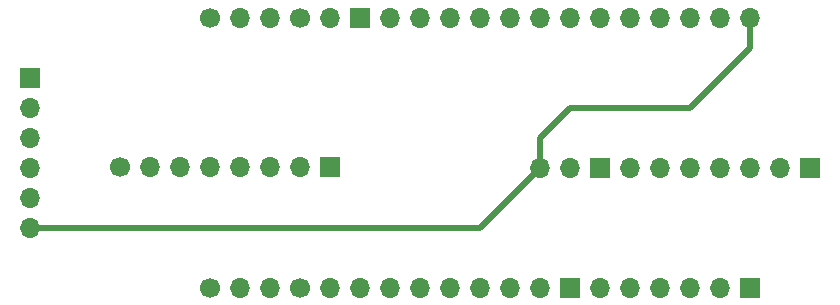
<source format=gbr>
%TF.GenerationSoftware,KiCad,Pcbnew,7.0.10*%
%TF.CreationDate,2024-01-17T15:28:00-05:00*%
%TF.ProjectId,ESP32-SD,45535033-322d-4534-942e-6b696361645f,1*%
%TF.SameCoordinates,Original*%
%TF.FileFunction,Copper,L3,Inr*%
%TF.FilePolarity,Positive*%
%FSLAX46Y46*%
G04 Gerber Fmt 4.6, Leading zero omitted, Abs format (unit mm)*
G04 Created by KiCad (PCBNEW 7.0.10) date 2024-01-17 15:28:00*
%MOMM*%
%LPD*%
G01*
G04 APERTURE LIST*
%TA.AperFunction,ComponentPad*%
%ADD10R,1.700000X1.700000*%
%TD*%
%TA.AperFunction,ComponentPad*%
%ADD11O,1.700000X1.700000*%
%TD*%
%TA.AperFunction,ComponentPad*%
%ADD12C,1.700000*%
%TD*%
%TA.AperFunction,Conductor*%
%ADD13C,0.500000*%
%TD*%
G04 APERTURE END LIST*
D10*
%TO.N,N/C*%
%TO.C,SD*%
X109220000Y-93980000D03*
D11*
X109220000Y-96520000D03*
X109220000Y-99060000D03*
X109220000Y-101600000D03*
X109220000Y-104140000D03*
X109220000Y-106680000D03*
%TD*%
%TO.N,N/C*%
%TO.C,FZ_R*%
X152390000Y-101610000D03*
X154930000Y-101610000D03*
D10*
X157470000Y-101610000D03*
D11*
X160010000Y-101610000D03*
X162550000Y-101610000D03*
X165090000Y-101610000D03*
X167630000Y-101610000D03*
X170170000Y-101610000D03*
X172710000Y-101610000D03*
D10*
X175250000Y-101610000D03*
%TD*%
D12*
%TO.N,N/C*%
%TO.C,Bottom*%
X124450000Y-111770000D03*
D11*
X126990000Y-111770000D03*
X129530000Y-111770000D03*
D12*
X132070000Y-111770000D03*
D11*
X134610000Y-111770000D03*
X137150000Y-111770000D03*
X139690000Y-111770000D03*
X142230000Y-111770000D03*
X144770000Y-111770000D03*
X147310000Y-111770000D03*
X149850000Y-111770000D03*
X152390000Y-111770000D03*
D10*
X154930000Y-111770000D03*
D11*
X157470000Y-111770000D03*
X160010000Y-111770000D03*
X162550000Y-111770000D03*
X165090000Y-111770000D03*
X167630000Y-111770000D03*
D10*
X170170000Y-111770000D03*
%TD*%
D12*
%TO.N,N/C*%
%TO.C,Top*%
X124460000Y-88900000D03*
D11*
X127000000Y-88900000D03*
X129540000Y-88900000D03*
D12*
X132080000Y-88900000D03*
D11*
X134620000Y-88900000D03*
D10*
X137160000Y-88900000D03*
D11*
X139700000Y-88900000D03*
X142240000Y-88900000D03*
X144780000Y-88900000D03*
X147320000Y-88900000D03*
X149860000Y-88900000D03*
X152400000Y-88900000D03*
X154940000Y-88900000D03*
X157480000Y-88900000D03*
X160020000Y-88900000D03*
X162560000Y-88900000D03*
X165100000Y-88900000D03*
X167640000Y-88900000D03*
X170180000Y-88900000D03*
%TD*%
D12*
%TO.N,N/C*%
%TO.C,Left*%
X116830000Y-101585000D03*
D11*
X119370000Y-101585000D03*
X121910000Y-101585000D03*
X124450000Y-101585000D03*
X126990000Y-101585000D03*
X129530000Y-101585000D03*
X132070000Y-101585000D03*
D10*
X134610000Y-101585000D03*
%TD*%
D13*
%TO.N,*%
X147320000Y-106680000D02*
X152390000Y-101610000D01*
X109220000Y-106680000D02*
X147320000Y-106680000D01*
X154940000Y-96520000D02*
X152390000Y-99070000D01*
X152390000Y-99070000D02*
X152390000Y-101610000D01*
X170180000Y-91440000D02*
X165100000Y-96520000D01*
X165100000Y-96520000D02*
X154940000Y-96520000D01*
X170180000Y-88900000D02*
X170180000Y-91440000D01*
%TD*%
M02*

</source>
